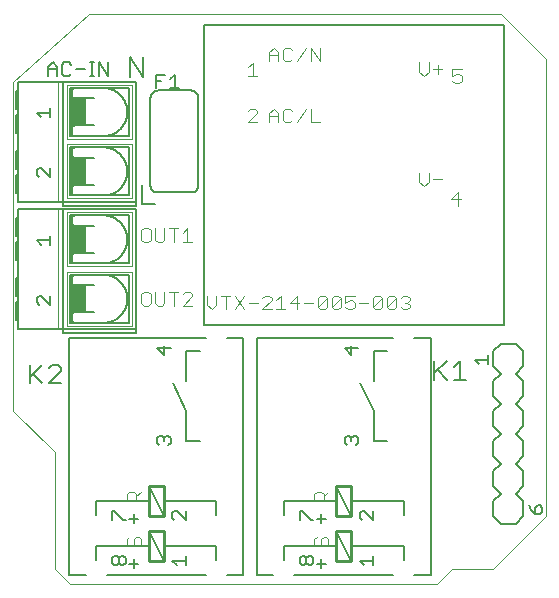
<source format=gto>
G75*
%MOIN*%
%OFA0B0*%
%FSLAX25Y25*%
%IPPOS*%
%LPD*%
%AMOC8*
5,1,8,0,0,1.08239X$1,22.5*
%
%ADD10C,0.00000*%
%ADD11C,0.00600*%
%ADD12C,0.00400*%
%ADD13C,0.00200*%
%ADD14C,0.00500*%
%ADD15R,0.04500X0.09000*%
%ADD16C,0.01000*%
%ADD17C,0.00700*%
D10*
X0189911Y0200358D02*
X0176161Y0214108D01*
X0176161Y0323988D01*
X0201321Y0346608D01*
X0338661Y0346608D01*
X0353661Y0331608D01*
X0353661Y0179108D01*
X0336161Y0161608D01*
X0322411Y0161608D01*
X0317411Y0156608D01*
X0194911Y0156608D01*
X0189911Y0161608D01*
X0189911Y0200358D01*
D11*
X0203861Y0184028D02*
X0221361Y0184028D01*
X0221361Y0189028D02*
X0226361Y0179028D01*
X0226361Y0184028D02*
X0243861Y0184028D01*
X0243861Y0179528D01*
X0243861Y0169028D02*
X0243861Y0164528D01*
X0243861Y0169028D02*
X0226361Y0169028D01*
X0226361Y0164028D02*
X0221361Y0174028D01*
X0221361Y0169028D02*
X0203861Y0169028D01*
X0203861Y0164528D01*
X0200361Y0159528D02*
X0194861Y0159528D01*
X0194861Y0238528D01*
X0240361Y0238528D01*
X0238361Y0234028D02*
X0233861Y0234028D01*
X0233861Y0224028D01*
X0229361Y0223528D02*
X0233861Y0214028D01*
X0233861Y0204028D01*
X0238361Y0204028D01*
X0266321Y0184028D02*
X0266321Y0179528D01*
X0266321Y0184028D02*
X0283821Y0184028D01*
X0283821Y0189028D02*
X0288821Y0179028D01*
X0288821Y0184028D02*
X0306321Y0184028D01*
X0306321Y0179528D01*
X0306321Y0169028D02*
X0306321Y0164528D01*
X0306321Y0169028D02*
X0288821Y0169028D01*
X0283821Y0169028D02*
X0266321Y0169028D01*
X0266321Y0164528D01*
X0262821Y0159528D02*
X0257321Y0159528D01*
X0257321Y0238528D01*
X0302821Y0238528D01*
X0300821Y0234028D02*
X0296321Y0234028D01*
X0296321Y0224028D01*
X0291821Y0223528D02*
X0296321Y0214028D01*
X0296321Y0204028D01*
X0300821Y0204028D01*
X0283821Y0174028D02*
X0288821Y0164028D01*
X0302821Y0159528D02*
X0269821Y0159528D01*
X0252861Y0159528D02*
X0252861Y0238528D01*
X0247361Y0238528D01*
X0217161Y0240028D02*
X0217161Y0241528D01*
X0192661Y0241528D01*
X0192661Y0240028D01*
X0217161Y0240028D01*
X0217161Y0241528D02*
X0217161Y0281528D01*
X0192661Y0281528D01*
X0191161Y0281528D01*
X0177661Y0281528D01*
X0177661Y0278528D01*
X0177661Y0272528D01*
X0177661Y0270528D01*
X0177161Y0270528D01*
X0177161Y0264528D01*
X0177661Y0264528D01*
X0177661Y0270528D01*
X0177661Y0272528D02*
X0177161Y0272528D01*
X0177161Y0278528D01*
X0177661Y0278528D01*
X0177661Y0283988D02*
X0177661Y0286988D01*
X0177161Y0286988D01*
X0177161Y0292988D01*
X0177661Y0292988D01*
X0177661Y0286988D01*
X0177661Y0283988D02*
X0191161Y0283988D01*
X0192661Y0283988D01*
X0192661Y0282488D01*
X0217161Y0282488D01*
X0217161Y0283988D01*
X0192661Y0283988D01*
X0192661Y0323988D01*
X0191161Y0323988D01*
X0177661Y0323988D01*
X0177661Y0320988D01*
X0177661Y0314988D01*
X0177661Y0312988D01*
X0177161Y0312988D01*
X0177161Y0306988D01*
X0177661Y0306988D01*
X0177661Y0312988D01*
X0177661Y0314988D02*
X0177161Y0314988D01*
X0177161Y0320988D01*
X0177661Y0320988D01*
X0177661Y0306988D02*
X0177661Y0300988D01*
X0177661Y0294988D01*
X0177661Y0292988D01*
X0177661Y0294988D02*
X0177161Y0294988D01*
X0177161Y0300988D01*
X0177661Y0300988D01*
X0192661Y0281528D02*
X0192661Y0241528D01*
X0191161Y0241528D01*
X0177661Y0241528D01*
X0177661Y0244528D01*
X0177161Y0244528D01*
X0177161Y0250528D01*
X0177661Y0250528D01*
X0177661Y0244528D01*
X0177661Y0250528D02*
X0177661Y0252528D01*
X0177661Y0258528D01*
X0177161Y0258528D01*
X0177161Y0252528D01*
X0177661Y0252528D01*
X0177661Y0258528D02*
X0177661Y0264528D01*
X0195161Y0263428D02*
X0195161Y0279428D01*
X0214661Y0279428D01*
X0214661Y0263428D01*
X0195161Y0263428D01*
X0195661Y0264428D02*
X0195661Y0278428D01*
X0195663Y0278488D01*
X0195668Y0278549D01*
X0195677Y0278608D01*
X0195690Y0278667D01*
X0195706Y0278726D01*
X0195726Y0278783D01*
X0195749Y0278838D01*
X0195776Y0278893D01*
X0195805Y0278945D01*
X0195838Y0278996D01*
X0195874Y0279045D01*
X0195912Y0279091D01*
X0195954Y0279135D01*
X0195998Y0279177D01*
X0196044Y0279215D01*
X0196093Y0279251D01*
X0196144Y0279284D01*
X0196196Y0279313D01*
X0196251Y0279340D01*
X0196306Y0279363D01*
X0196363Y0279383D01*
X0196422Y0279399D01*
X0196481Y0279412D01*
X0196540Y0279421D01*
X0196601Y0279426D01*
X0196661Y0279428D01*
X0195661Y0276928D02*
X0195663Y0276868D01*
X0195668Y0276807D01*
X0195677Y0276748D01*
X0195690Y0276689D01*
X0195706Y0276630D01*
X0195726Y0276573D01*
X0195749Y0276518D01*
X0195776Y0276463D01*
X0195805Y0276411D01*
X0195838Y0276360D01*
X0195874Y0276311D01*
X0195912Y0276265D01*
X0195954Y0276221D01*
X0195998Y0276179D01*
X0196044Y0276141D01*
X0196093Y0276105D01*
X0196144Y0276072D01*
X0196196Y0276043D01*
X0196251Y0276016D01*
X0196306Y0275993D01*
X0196363Y0275973D01*
X0196422Y0275957D01*
X0196481Y0275944D01*
X0196540Y0275935D01*
X0196601Y0275930D01*
X0196661Y0275928D01*
X0203161Y0275928D01*
X0206161Y0279428D02*
X0206356Y0279426D01*
X0206551Y0279419D01*
X0206745Y0279407D01*
X0206939Y0279390D01*
X0207133Y0279369D01*
X0207326Y0279343D01*
X0207518Y0279312D01*
X0207710Y0279277D01*
X0207900Y0279237D01*
X0208090Y0279192D01*
X0208279Y0279143D01*
X0208466Y0279089D01*
X0208652Y0279030D01*
X0208836Y0278968D01*
X0209019Y0278900D01*
X0209200Y0278828D01*
X0209379Y0278752D01*
X0209557Y0278672D01*
X0209732Y0278587D01*
X0209905Y0278498D01*
X0210076Y0278404D01*
X0210245Y0278307D01*
X0210411Y0278205D01*
X0210575Y0278100D01*
X0210736Y0277991D01*
X0210895Y0277877D01*
X0211050Y0277760D01*
X0211203Y0277639D01*
X0211353Y0277514D01*
X0211500Y0277386D01*
X0211643Y0277254D01*
X0211783Y0277119D01*
X0211920Y0276981D01*
X0212054Y0276839D01*
X0212184Y0276694D01*
X0212310Y0276545D01*
X0212433Y0276394D01*
X0212552Y0276240D01*
X0212667Y0276083D01*
X0212779Y0275923D01*
X0212886Y0275761D01*
X0212990Y0275596D01*
X0213089Y0275428D01*
X0213185Y0275258D01*
X0213276Y0275086D01*
X0213363Y0274912D01*
X0213445Y0274735D01*
X0213524Y0274557D01*
X0213598Y0274377D01*
X0213667Y0274195D01*
X0213733Y0274011D01*
X0213793Y0273826D01*
X0213849Y0273639D01*
X0213901Y0273451D01*
X0213948Y0273262D01*
X0213990Y0273072D01*
X0214028Y0272881D01*
X0214061Y0272689D01*
X0214089Y0272496D01*
X0214113Y0272303D01*
X0214132Y0272109D01*
X0214146Y0271915D01*
X0214156Y0271720D01*
X0214160Y0271525D01*
X0214160Y0271331D01*
X0214156Y0271136D01*
X0214146Y0270941D01*
X0214132Y0270747D01*
X0214113Y0270553D01*
X0214089Y0270360D01*
X0214061Y0270167D01*
X0214028Y0269975D01*
X0213990Y0269784D01*
X0213948Y0269594D01*
X0213901Y0269405D01*
X0213849Y0269217D01*
X0213793Y0269030D01*
X0213733Y0268845D01*
X0213667Y0268661D01*
X0213598Y0268479D01*
X0213524Y0268299D01*
X0213445Y0268121D01*
X0213363Y0267944D01*
X0213276Y0267770D01*
X0213185Y0267598D01*
X0213089Y0267428D01*
X0212990Y0267260D01*
X0212886Y0267095D01*
X0212779Y0266933D01*
X0212667Y0266773D01*
X0212552Y0266616D01*
X0212433Y0266462D01*
X0212310Y0266311D01*
X0212184Y0266162D01*
X0212054Y0266017D01*
X0211920Y0265875D01*
X0211783Y0265737D01*
X0211643Y0265602D01*
X0211500Y0265470D01*
X0211353Y0265342D01*
X0211203Y0265217D01*
X0211050Y0265096D01*
X0210895Y0264979D01*
X0210736Y0264865D01*
X0210575Y0264756D01*
X0210411Y0264651D01*
X0210245Y0264549D01*
X0210076Y0264452D01*
X0209905Y0264358D01*
X0209732Y0264269D01*
X0209557Y0264184D01*
X0209379Y0264104D01*
X0209200Y0264028D01*
X0209019Y0263956D01*
X0208836Y0263888D01*
X0208652Y0263826D01*
X0208466Y0263767D01*
X0208279Y0263713D01*
X0208090Y0263664D01*
X0207900Y0263619D01*
X0207710Y0263579D01*
X0207518Y0263544D01*
X0207326Y0263513D01*
X0207133Y0263487D01*
X0206939Y0263466D01*
X0206745Y0263449D01*
X0206551Y0263437D01*
X0206356Y0263430D01*
X0206161Y0263428D01*
X0203161Y0266928D02*
X0196661Y0266928D01*
X0196601Y0266926D01*
X0196540Y0266921D01*
X0196481Y0266912D01*
X0196422Y0266899D01*
X0196363Y0266883D01*
X0196306Y0266863D01*
X0196251Y0266840D01*
X0196196Y0266813D01*
X0196144Y0266784D01*
X0196093Y0266751D01*
X0196044Y0266715D01*
X0195998Y0266677D01*
X0195954Y0266635D01*
X0195912Y0266591D01*
X0195874Y0266545D01*
X0195838Y0266496D01*
X0195805Y0266445D01*
X0195776Y0266393D01*
X0195749Y0266338D01*
X0195726Y0266283D01*
X0195706Y0266226D01*
X0195690Y0266167D01*
X0195677Y0266108D01*
X0195668Y0266049D01*
X0195663Y0265988D01*
X0195661Y0265928D01*
X0195661Y0264428D02*
X0195663Y0264368D01*
X0195668Y0264307D01*
X0195677Y0264248D01*
X0195690Y0264189D01*
X0195706Y0264130D01*
X0195726Y0264073D01*
X0195749Y0264018D01*
X0195776Y0263963D01*
X0195805Y0263911D01*
X0195838Y0263860D01*
X0195874Y0263811D01*
X0195912Y0263765D01*
X0195954Y0263721D01*
X0195998Y0263679D01*
X0196044Y0263641D01*
X0196093Y0263605D01*
X0196144Y0263572D01*
X0196196Y0263543D01*
X0196251Y0263516D01*
X0196306Y0263493D01*
X0196363Y0263473D01*
X0196422Y0263457D01*
X0196481Y0263444D01*
X0196540Y0263435D01*
X0196601Y0263430D01*
X0196661Y0263428D01*
X0195161Y0259628D02*
X0195161Y0243628D01*
X0214661Y0243628D01*
X0214661Y0259628D01*
X0195161Y0259628D01*
X0195661Y0258628D02*
X0195661Y0244628D01*
X0195663Y0244568D01*
X0195668Y0244507D01*
X0195677Y0244448D01*
X0195690Y0244389D01*
X0195706Y0244330D01*
X0195726Y0244273D01*
X0195749Y0244218D01*
X0195776Y0244163D01*
X0195805Y0244111D01*
X0195838Y0244060D01*
X0195874Y0244011D01*
X0195912Y0243965D01*
X0195954Y0243921D01*
X0195998Y0243879D01*
X0196044Y0243841D01*
X0196093Y0243805D01*
X0196144Y0243772D01*
X0196196Y0243743D01*
X0196251Y0243716D01*
X0196306Y0243693D01*
X0196363Y0243673D01*
X0196422Y0243657D01*
X0196481Y0243644D01*
X0196540Y0243635D01*
X0196601Y0243630D01*
X0196661Y0243628D01*
X0195661Y0246128D02*
X0195663Y0246188D01*
X0195668Y0246249D01*
X0195677Y0246308D01*
X0195690Y0246367D01*
X0195706Y0246426D01*
X0195726Y0246483D01*
X0195749Y0246538D01*
X0195776Y0246593D01*
X0195805Y0246645D01*
X0195838Y0246696D01*
X0195874Y0246745D01*
X0195912Y0246791D01*
X0195954Y0246835D01*
X0195998Y0246877D01*
X0196044Y0246915D01*
X0196093Y0246951D01*
X0196144Y0246984D01*
X0196196Y0247013D01*
X0196251Y0247040D01*
X0196306Y0247063D01*
X0196363Y0247083D01*
X0196422Y0247099D01*
X0196481Y0247112D01*
X0196540Y0247121D01*
X0196601Y0247126D01*
X0196661Y0247128D01*
X0203161Y0247128D01*
X0206161Y0243628D02*
X0206356Y0243630D01*
X0206551Y0243637D01*
X0206745Y0243649D01*
X0206939Y0243666D01*
X0207133Y0243687D01*
X0207326Y0243713D01*
X0207518Y0243744D01*
X0207710Y0243779D01*
X0207900Y0243819D01*
X0208090Y0243864D01*
X0208279Y0243913D01*
X0208466Y0243967D01*
X0208652Y0244026D01*
X0208836Y0244088D01*
X0209019Y0244156D01*
X0209200Y0244228D01*
X0209379Y0244304D01*
X0209557Y0244384D01*
X0209732Y0244469D01*
X0209905Y0244558D01*
X0210076Y0244652D01*
X0210245Y0244749D01*
X0210411Y0244851D01*
X0210575Y0244956D01*
X0210736Y0245065D01*
X0210895Y0245179D01*
X0211050Y0245296D01*
X0211203Y0245417D01*
X0211353Y0245542D01*
X0211500Y0245670D01*
X0211643Y0245802D01*
X0211783Y0245937D01*
X0211920Y0246075D01*
X0212054Y0246217D01*
X0212184Y0246362D01*
X0212310Y0246511D01*
X0212433Y0246662D01*
X0212552Y0246816D01*
X0212667Y0246973D01*
X0212779Y0247133D01*
X0212886Y0247295D01*
X0212990Y0247460D01*
X0213089Y0247628D01*
X0213185Y0247798D01*
X0213276Y0247970D01*
X0213363Y0248144D01*
X0213445Y0248321D01*
X0213524Y0248499D01*
X0213598Y0248679D01*
X0213667Y0248861D01*
X0213733Y0249045D01*
X0213793Y0249230D01*
X0213849Y0249417D01*
X0213901Y0249605D01*
X0213948Y0249794D01*
X0213990Y0249984D01*
X0214028Y0250175D01*
X0214061Y0250367D01*
X0214089Y0250560D01*
X0214113Y0250753D01*
X0214132Y0250947D01*
X0214146Y0251141D01*
X0214156Y0251336D01*
X0214160Y0251531D01*
X0214160Y0251725D01*
X0214156Y0251920D01*
X0214146Y0252115D01*
X0214132Y0252309D01*
X0214113Y0252503D01*
X0214089Y0252696D01*
X0214061Y0252889D01*
X0214028Y0253081D01*
X0213990Y0253272D01*
X0213948Y0253462D01*
X0213901Y0253651D01*
X0213849Y0253839D01*
X0213793Y0254026D01*
X0213733Y0254211D01*
X0213667Y0254395D01*
X0213598Y0254577D01*
X0213524Y0254757D01*
X0213445Y0254935D01*
X0213363Y0255112D01*
X0213276Y0255286D01*
X0213185Y0255458D01*
X0213089Y0255628D01*
X0212990Y0255796D01*
X0212886Y0255961D01*
X0212779Y0256123D01*
X0212667Y0256283D01*
X0212552Y0256440D01*
X0212433Y0256594D01*
X0212310Y0256745D01*
X0212184Y0256894D01*
X0212054Y0257039D01*
X0211920Y0257181D01*
X0211783Y0257319D01*
X0211643Y0257454D01*
X0211500Y0257586D01*
X0211353Y0257714D01*
X0211203Y0257839D01*
X0211050Y0257960D01*
X0210895Y0258077D01*
X0210736Y0258191D01*
X0210575Y0258300D01*
X0210411Y0258405D01*
X0210245Y0258507D01*
X0210076Y0258604D01*
X0209905Y0258698D01*
X0209732Y0258787D01*
X0209557Y0258872D01*
X0209379Y0258952D01*
X0209200Y0259028D01*
X0209019Y0259100D01*
X0208836Y0259168D01*
X0208652Y0259230D01*
X0208466Y0259289D01*
X0208279Y0259343D01*
X0208090Y0259392D01*
X0207900Y0259437D01*
X0207710Y0259477D01*
X0207518Y0259512D01*
X0207326Y0259543D01*
X0207133Y0259569D01*
X0206939Y0259590D01*
X0206745Y0259607D01*
X0206551Y0259619D01*
X0206356Y0259626D01*
X0206161Y0259628D01*
X0203161Y0256128D02*
X0196661Y0256128D01*
X0196601Y0256130D01*
X0196540Y0256135D01*
X0196481Y0256144D01*
X0196422Y0256157D01*
X0196363Y0256173D01*
X0196306Y0256193D01*
X0196251Y0256216D01*
X0196196Y0256243D01*
X0196144Y0256272D01*
X0196093Y0256305D01*
X0196044Y0256341D01*
X0195998Y0256379D01*
X0195954Y0256421D01*
X0195912Y0256465D01*
X0195874Y0256511D01*
X0195838Y0256560D01*
X0195805Y0256611D01*
X0195776Y0256663D01*
X0195749Y0256718D01*
X0195726Y0256773D01*
X0195706Y0256830D01*
X0195690Y0256889D01*
X0195677Y0256948D01*
X0195668Y0257007D01*
X0195663Y0257068D01*
X0195661Y0257128D01*
X0195661Y0258628D02*
X0195663Y0258688D01*
X0195668Y0258749D01*
X0195677Y0258808D01*
X0195690Y0258867D01*
X0195706Y0258926D01*
X0195726Y0258983D01*
X0195749Y0259038D01*
X0195776Y0259093D01*
X0195805Y0259145D01*
X0195838Y0259196D01*
X0195874Y0259245D01*
X0195912Y0259291D01*
X0195954Y0259335D01*
X0195998Y0259377D01*
X0196044Y0259415D01*
X0196093Y0259451D01*
X0196144Y0259484D01*
X0196196Y0259513D01*
X0196251Y0259540D01*
X0196306Y0259563D01*
X0196363Y0259583D01*
X0196422Y0259599D01*
X0196481Y0259612D01*
X0196540Y0259621D01*
X0196601Y0259626D01*
X0196661Y0259628D01*
X0217161Y0283988D02*
X0217161Y0323988D01*
X0192661Y0323988D01*
X0195161Y0321888D02*
X0214661Y0321888D01*
X0214661Y0305888D01*
X0195161Y0305888D01*
X0195161Y0321888D01*
X0195661Y0320888D02*
X0195661Y0306888D01*
X0195663Y0306828D01*
X0195668Y0306767D01*
X0195677Y0306708D01*
X0195690Y0306649D01*
X0195706Y0306590D01*
X0195726Y0306533D01*
X0195749Y0306478D01*
X0195776Y0306423D01*
X0195805Y0306371D01*
X0195838Y0306320D01*
X0195874Y0306271D01*
X0195912Y0306225D01*
X0195954Y0306181D01*
X0195998Y0306139D01*
X0196044Y0306101D01*
X0196093Y0306065D01*
X0196144Y0306032D01*
X0196196Y0306003D01*
X0196251Y0305976D01*
X0196306Y0305953D01*
X0196363Y0305933D01*
X0196422Y0305917D01*
X0196481Y0305904D01*
X0196540Y0305895D01*
X0196601Y0305890D01*
X0196661Y0305888D01*
X0195661Y0308388D02*
X0195663Y0308448D01*
X0195668Y0308509D01*
X0195677Y0308568D01*
X0195690Y0308627D01*
X0195706Y0308686D01*
X0195726Y0308743D01*
X0195749Y0308798D01*
X0195776Y0308853D01*
X0195805Y0308905D01*
X0195838Y0308956D01*
X0195874Y0309005D01*
X0195912Y0309051D01*
X0195954Y0309095D01*
X0195998Y0309137D01*
X0196044Y0309175D01*
X0196093Y0309211D01*
X0196144Y0309244D01*
X0196196Y0309273D01*
X0196251Y0309300D01*
X0196306Y0309323D01*
X0196363Y0309343D01*
X0196422Y0309359D01*
X0196481Y0309372D01*
X0196540Y0309381D01*
X0196601Y0309386D01*
X0196661Y0309388D01*
X0203161Y0309388D01*
X0206161Y0305888D02*
X0206356Y0305890D01*
X0206551Y0305897D01*
X0206745Y0305909D01*
X0206939Y0305926D01*
X0207133Y0305947D01*
X0207326Y0305973D01*
X0207518Y0306004D01*
X0207710Y0306039D01*
X0207900Y0306079D01*
X0208090Y0306124D01*
X0208279Y0306173D01*
X0208466Y0306227D01*
X0208652Y0306286D01*
X0208836Y0306348D01*
X0209019Y0306416D01*
X0209200Y0306488D01*
X0209379Y0306564D01*
X0209557Y0306644D01*
X0209732Y0306729D01*
X0209905Y0306818D01*
X0210076Y0306912D01*
X0210245Y0307009D01*
X0210411Y0307111D01*
X0210575Y0307216D01*
X0210736Y0307325D01*
X0210895Y0307439D01*
X0211050Y0307556D01*
X0211203Y0307677D01*
X0211353Y0307802D01*
X0211500Y0307930D01*
X0211643Y0308062D01*
X0211783Y0308197D01*
X0211920Y0308335D01*
X0212054Y0308477D01*
X0212184Y0308622D01*
X0212310Y0308771D01*
X0212433Y0308922D01*
X0212552Y0309076D01*
X0212667Y0309233D01*
X0212779Y0309393D01*
X0212886Y0309555D01*
X0212990Y0309720D01*
X0213089Y0309888D01*
X0213185Y0310058D01*
X0213276Y0310230D01*
X0213363Y0310404D01*
X0213445Y0310581D01*
X0213524Y0310759D01*
X0213598Y0310939D01*
X0213667Y0311121D01*
X0213733Y0311305D01*
X0213793Y0311490D01*
X0213849Y0311677D01*
X0213901Y0311865D01*
X0213948Y0312054D01*
X0213990Y0312244D01*
X0214028Y0312435D01*
X0214061Y0312627D01*
X0214089Y0312820D01*
X0214113Y0313013D01*
X0214132Y0313207D01*
X0214146Y0313401D01*
X0214156Y0313596D01*
X0214160Y0313791D01*
X0214160Y0313985D01*
X0214156Y0314180D01*
X0214146Y0314375D01*
X0214132Y0314569D01*
X0214113Y0314763D01*
X0214089Y0314956D01*
X0214061Y0315149D01*
X0214028Y0315341D01*
X0213990Y0315532D01*
X0213948Y0315722D01*
X0213901Y0315911D01*
X0213849Y0316099D01*
X0213793Y0316286D01*
X0213733Y0316471D01*
X0213667Y0316655D01*
X0213598Y0316837D01*
X0213524Y0317017D01*
X0213445Y0317195D01*
X0213363Y0317372D01*
X0213276Y0317546D01*
X0213185Y0317718D01*
X0213089Y0317888D01*
X0212990Y0318056D01*
X0212886Y0318221D01*
X0212779Y0318383D01*
X0212667Y0318543D01*
X0212552Y0318700D01*
X0212433Y0318854D01*
X0212310Y0319005D01*
X0212184Y0319154D01*
X0212054Y0319299D01*
X0211920Y0319441D01*
X0211783Y0319579D01*
X0211643Y0319714D01*
X0211500Y0319846D01*
X0211353Y0319974D01*
X0211203Y0320099D01*
X0211050Y0320220D01*
X0210895Y0320337D01*
X0210736Y0320451D01*
X0210575Y0320560D01*
X0210411Y0320665D01*
X0210245Y0320767D01*
X0210076Y0320864D01*
X0209905Y0320958D01*
X0209732Y0321047D01*
X0209557Y0321132D01*
X0209379Y0321212D01*
X0209200Y0321288D01*
X0209019Y0321360D01*
X0208836Y0321428D01*
X0208652Y0321490D01*
X0208466Y0321549D01*
X0208279Y0321603D01*
X0208090Y0321652D01*
X0207900Y0321697D01*
X0207710Y0321737D01*
X0207518Y0321772D01*
X0207326Y0321803D01*
X0207133Y0321829D01*
X0206939Y0321850D01*
X0206745Y0321867D01*
X0206551Y0321879D01*
X0206356Y0321886D01*
X0206161Y0321888D01*
X0203161Y0318388D02*
X0196661Y0318388D01*
X0196601Y0318390D01*
X0196540Y0318395D01*
X0196481Y0318404D01*
X0196422Y0318417D01*
X0196363Y0318433D01*
X0196306Y0318453D01*
X0196251Y0318476D01*
X0196196Y0318503D01*
X0196144Y0318532D01*
X0196093Y0318565D01*
X0196044Y0318601D01*
X0195998Y0318639D01*
X0195954Y0318681D01*
X0195912Y0318725D01*
X0195874Y0318771D01*
X0195838Y0318820D01*
X0195805Y0318871D01*
X0195776Y0318923D01*
X0195749Y0318978D01*
X0195726Y0319033D01*
X0195706Y0319090D01*
X0195690Y0319149D01*
X0195677Y0319208D01*
X0195668Y0319267D01*
X0195663Y0319328D01*
X0195661Y0319388D01*
X0195661Y0320888D02*
X0195663Y0320948D01*
X0195668Y0321009D01*
X0195677Y0321068D01*
X0195690Y0321127D01*
X0195706Y0321186D01*
X0195726Y0321243D01*
X0195749Y0321298D01*
X0195776Y0321353D01*
X0195805Y0321405D01*
X0195838Y0321456D01*
X0195874Y0321505D01*
X0195912Y0321551D01*
X0195954Y0321595D01*
X0195998Y0321637D01*
X0196044Y0321675D01*
X0196093Y0321711D01*
X0196144Y0321744D01*
X0196196Y0321773D01*
X0196251Y0321800D01*
X0196306Y0321823D01*
X0196363Y0321843D01*
X0196422Y0321859D01*
X0196481Y0321872D01*
X0196540Y0321881D01*
X0196601Y0321886D01*
X0196661Y0321888D01*
X0195161Y0302088D02*
X0195161Y0286088D01*
X0214661Y0286088D01*
X0214661Y0302088D01*
X0195161Y0302088D01*
X0195661Y0301088D02*
X0195661Y0287088D01*
X0195663Y0287028D01*
X0195668Y0286967D01*
X0195677Y0286908D01*
X0195690Y0286849D01*
X0195706Y0286790D01*
X0195726Y0286733D01*
X0195749Y0286678D01*
X0195776Y0286623D01*
X0195805Y0286571D01*
X0195838Y0286520D01*
X0195874Y0286471D01*
X0195912Y0286425D01*
X0195954Y0286381D01*
X0195998Y0286339D01*
X0196044Y0286301D01*
X0196093Y0286265D01*
X0196144Y0286232D01*
X0196196Y0286203D01*
X0196251Y0286176D01*
X0196306Y0286153D01*
X0196363Y0286133D01*
X0196422Y0286117D01*
X0196481Y0286104D01*
X0196540Y0286095D01*
X0196601Y0286090D01*
X0196661Y0286088D01*
X0195661Y0288588D02*
X0195663Y0288648D01*
X0195668Y0288709D01*
X0195677Y0288768D01*
X0195690Y0288827D01*
X0195706Y0288886D01*
X0195726Y0288943D01*
X0195749Y0288998D01*
X0195776Y0289053D01*
X0195805Y0289105D01*
X0195838Y0289156D01*
X0195874Y0289205D01*
X0195912Y0289251D01*
X0195954Y0289295D01*
X0195998Y0289337D01*
X0196044Y0289375D01*
X0196093Y0289411D01*
X0196144Y0289444D01*
X0196196Y0289473D01*
X0196251Y0289500D01*
X0196306Y0289523D01*
X0196363Y0289543D01*
X0196422Y0289559D01*
X0196481Y0289572D01*
X0196540Y0289581D01*
X0196601Y0289586D01*
X0196661Y0289588D01*
X0203161Y0289588D01*
X0206161Y0286088D02*
X0206356Y0286090D01*
X0206551Y0286097D01*
X0206745Y0286109D01*
X0206939Y0286126D01*
X0207133Y0286147D01*
X0207326Y0286173D01*
X0207518Y0286204D01*
X0207710Y0286239D01*
X0207900Y0286279D01*
X0208090Y0286324D01*
X0208279Y0286373D01*
X0208466Y0286427D01*
X0208652Y0286486D01*
X0208836Y0286548D01*
X0209019Y0286616D01*
X0209200Y0286688D01*
X0209379Y0286764D01*
X0209557Y0286844D01*
X0209732Y0286929D01*
X0209905Y0287018D01*
X0210076Y0287112D01*
X0210245Y0287209D01*
X0210411Y0287311D01*
X0210575Y0287416D01*
X0210736Y0287525D01*
X0210895Y0287639D01*
X0211050Y0287756D01*
X0211203Y0287877D01*
X0211353Y0288002D01*
X0211500Y0288130D01*
X0211643Y0288262D01*
X0211783Y0288397D01*
X0211920Y0288535D01*
X0212054Y0288677D01*
X0212184Y0288822D01*
X0212310Y0288971D01*
X0212433Y0289122D01*
X0212552Y0289276D01*
X0212667Y0289433D01*
X0212779Y0289593D01*
X0212886Y0289755D01*
X0212990Y0289920D01*
X0213089Y0290088D01*
X0213185Y0290258D01*
X0213276Y0290430D01*
X0213363Y0290604D01*
X0213445Y0290781D01*
X0213524Y0290959D01*
X0213598Y0291139D01*
X0213667Y0291321D01*
X0213733Y0291505D01*
X0213793Y0291690D01*
X0213849Y0291877D01*
X0213901Y0292065D01*
X0213948Y0292254D01*
X0213990Y0292444D01*
X0214028Y0292635D01*
X0214061Y0292827D01*
X0214089Y0293020D01*
X0214113Y0293213D01*
X0214132Y0293407D01*
X0214146Y0293601D01*
X0214156Y0293796D01*
X0214160Y0293991D01*
X0214160Y0294185D01*
X0214156Y0294380D01*
X0214146Y0294575D01*
X0214132Y0294769D01*
X0214113Y0294963D01*
X0214089Y0295156D01*
X0214061Y0295349D01*
X0214028Y0295541D01*
X0213990Y0295732D01*
X0213948Y0295922D01*
X0213901Y0296111D01*
X0213849Y0296299D01*
X0213793Y0296486D01*
X0213733Y0296671D01*
X0213667Y0296855D01*
X0213598Y0297037D01*
X0213524Y0297217D01*
X0213445Y0297395D01*
X0213363Y0297572D01*
X0213276Y0297746D01*
X0213185Y0297918D01*
X0213089Y0298088D01*
X0212990Y0298256D01*
X0212886Y0298421D01*
X0212779Y0298583D01*
X0212667Y0298743D01*
X0212552Y0298900D01*
X0212433Y0299054D01*
X0212310Y0299205D01*
X0212184Y0299354D01*
X0212054Y0299499D01*
X0211920Y0299641D01*
X0211783Y0299779D01*
X0211643Y0299914D01*
X0211500Y0300046D01*
X0211353Y0300174D01*
X0211203Y0300299D01*
X0211050Y0300420D01*
X0210895Y0300537D01*
X0210736Y0300651D01*
X0210575Y0300760D01*
X0210411Y0300865D01*
X0210245Y0300967D01*
X0210076Y0301064D01*
X0209905Y0301158D01*
X0209732Y0301247D01*
X0209557Y0301332D01*
X0209379Y0301412D01*
X0209200Y0301488D01*
X0209019Y0301560D01*
X0208836Y0301628D01*
X0208652Y0301690D01*
X0208466Y0301749D01*
X0208279Y0301803D01*
X0208090Y0301852D01*
X0207900Y0301897D01*
X0207710Y0301937D01*
X0207518Y0301972D01*
X0207326Y0302003D01*
X0207133Y0302029D01*
X0206939Y0302050D01*
X0206745Y0302067D01*
X0206551Y0302079D01*
X0206356Y0302086D01*
X0206161Y0302088D01*
X0203161Y0298588D02*
X0196661Y0298588D01*
X0196601Y0298590D01*
X0196540Y0298595D01*
X0196481Y0298604D01*
X0196422Y0298617D01*
X0196363Y0298633D01*
X0196306Y0298653D01*
X0196251Y0298676D01*
X0196196Y0298703D01*
X0196144Y0298732D01*
X0196093Y0298765D01*
X0196044Y0298801D01*
X0195998Y0298839D01*
X0195954Y0298881D01*
X0195912Y0298925D01*
X0195874Y0298971D01*
X0195838Y0299020D01*
X0195805Y0299071D01*
X0195776Y0299123D01*
X0195749Y0299178D01*
X0195726Y0299233D01*
X0195706Y0299290D01*
X0195690Y0299349D01*
X0195677Y0299408D01*
X0195668Y0299467D01*
X0195663Y0299528D01*
X0195661Y0299588D01*
X0195661Y0301088D02*
X0195663Y0301148D01*
X0195668Y0301209D01*
X0195677Y0301268D01*
X0195690Y0301327D01*
X0195706Y0301386D01*
X0195726Y0301443D01*
X0195749Y0301498D01*
X0195776Y0301553D01*
X0195805Y0301605D01*
X0195838Y0301656D01*
X0195874Y0301705D01*
X0195912Y0301751D01*
X0195954Y0301795D01*
X0195998Y0301837D01*
X0196044Y0301875D01*
X0196093Y0301911D01*
X0196144Y0301944D01*
X0196196Y0301973D01*
X0196251Y0302000D01*
X0196306Y0302023D01*
X0196363Y0302043D01*
X0196422Y0302059D01*
X0196481Y0302072D01*
X0196540Y0302081D01*
X0196601Y0302086D01*
X0196661Y0302088D01*
X0215211Y0325658D02*
X0215211Y0332063D01*
X0219481Y0325658D01*
X0219481Y0332063D01*
X0224371Y0321028D02*
X0235371Y0321028D01*
X0235469Y0321026D01*
X0235567Y0321020D01*
X0235665Y0321011D01*
X0235762Y0320997D01*
X0235859Y0320980D01*
X0235955Y0320959D01*
X0236050Y0320934D01*
X0236144Y0320906D01*
X0236236Y0320873D01*
X0236328Y0320838D01*
X0236418Y0320798D01*
X0236506Y0320756D01*
X0236593Y0320709D01*
X0236677Y0320660D01*
X0236760Y0320607D01*
X0236840Y0320551D01*
X0236919Y0320491D01*
X0236995Y0320429D01*
X0237068Y0320364D01*
X0237139Y0320296D01*
X0237207Y0320225D01*
X0237272Y0320152D01*
X0237334Y0320076D01*
X0237394Y0319997D01*
X0237450Y0319917D01*
X0237503Y0319834D01*
X0237552Y0319750D01*
X0237599Y0319663D01*
X0237641Y0319575D01*
X0237681Y0319485D01*
X0237716Y0319393D01*
X0237749Y0319301D01*
X0237777Y0319207D01*
X0237802Y0319112D01*
X0237823Y0319016D01*
X0237840Y0318919D01*
X0237854Y0318822D01*
X0237863Y0318724D01*
X0237869Y0318626D01*
X0237871Y0318528D01*
X0237871Y0289528D01*
X0237869Y0289430D01*
X0237863Y0289332D01*
X0237854Y0289234D01*
X0237840Y0289137D01*
X0237823Y0289040D01*
X0237802Y0288944D01*
X0237777Y0288849D01*
X0237749Y0288755D01*
X0237716Y0288663D01*
X0237681Y0288571D01*
X0237641Y0288481D01*
X0237599Y0288393D01*
X0237552Y0288306D01*
X0237503Y0288222D01*
X0237450Y0288139D01*
X0237394Y0288059D01*
X0237334Y0287980D01*
X0237272Y0287904D01*
X0237207Y0287831D01*
X0237139Y0287760D01*
X0237068Y0287692D01*
X0236995Y0287627D01*
X0236919Y0287565D01*
X0236840Y0287505D01*
X0236760Y0287449D01*
X0236677Y0287396D01*
X0236593Y0287347D01*
X0236506Y0287300D01*
X0236418Y0287258D01*
X0236328Y0287218D01*
X0236236Y0287183D01*
X0236144Y0287150D01*
X0236050Y0287122D01*
X0235955Y0287097D01*
X0235859Y0287076D01*
X0235762Y0287059D01*
X0235665Y0287045D01*
X0235567Y0287036D01*
X0235469Y0287030D01*
X0235371Y0287028D01*
X0224371Y0287028D01*
X0224273Y0287030D01*
X0224175Y0287036D01*
X0224077Y0287045D01*
X0223980Y0287059D01*
X0223883Y0287076D01*
X0223787Y0287097D01*
X0223692Y0287122D01*
X0223598Y0287150D01*
X0223506Y0287183D01*
X0223414Y0287218D01*
X0223324Y0287258D01*
X0223236Y0287300D01*
X0223149Y0287347D01*
X0223065Y0287396D01*
X0222982Y0287449D01*
X0222902Y0287505D01*
X0222823Y0287565D01*
X0222747Y0287627D01*
X0222674Y0287692D01*
X0222603Y0287760D01*
X0222535Y0287831D01*
X0222470Y0287904D01*
X0222408Y0287980D01*
X0222348Y0288059D01*
X0222292Y0288139D01*
X0222239Y0288222D01*
X0222190Y0288306D01*
X0222143Y0288393D01*
X0222101Y0288481D01*
X0222061Y0288571D01*
X0222026Y0288663D01*
X0221993Y0288755D01*
X0221965Y0288849D01*
X0221940Y0288944D01*
X0221919Y0289040D01*
X0221902Y0289137D01*
X0221888Y0289234D01*
X0221879Y0289332D01*
X0221873Y0289430D01*
X0221871Y0289528D01*
X0221871Y0318528D01*
X0221873Y0318626D01*
X0221879Y0318724D01*
X0221888Y0318822D01*
X0221902Y0318919D01*
X0221919Y0319016D01*
X0221940Y0319112D01*
X0221965Y0319207D01*
X0221993Y0319301D01*
X0222026Y0319393D01*
X0222061Y0319485D01*
X0222101Y0319575D01*
X0222143Y0319663D01*
X0222190Y0319750D01*
X0222239Y0319834D01*
X0222292Y0319917D01*
X0222348Y0319997D01*
X0222408Y0320076D01*
X0222470Y0320152D01*
X0222535Y0320225D01*
X0222603Y0320296D01*
X0222674Y0320364D01*
X0222747Y0320429D01*
X0222823Y0320491D01*
X0222902Y0320551D01*
X0222982Y0320607D01*
X0223065Y0320660D01*
X0223149Y0320709D01*
X0223236Y0320756D01*
X0223324Y0320798D01*
X0223414Y0320838D01*
X0223506Y0320873D01*
X0223598Y0320906D01*
X0223692Y0320934D01*
X0223787Y0320959D01*
X0223883Y0320980D01*
X0223980Y0320997D01*
X0224077Y0321011D01*
X0224175Y0321020D01*
X0224273Y0321026D01*
X0224371Y0321028D01*
X0218961Y0289563D02*
X0218961Y0283158D01*
X0223231Y0283158D01*
X0203861Y0184028D02*
X0203861Y0179528D01*
X0207361Y0159528D02*
X0240361Y0159528D01*
X0247361Y0159528D02*
X0252861Y0159528D01*
X0309821Y0159528D02*
X0315321Y0159528D01*
X0315321Y0238528D01*
X0309821Y0238528D01*
X0336161Y0234108D02*
X0336161Y0229108D01*
X0338661Y0226608D01*
X0336161Y0224108D01*
X0336161Y0219108D01*
X0338661Y0216608D01*
X0336161Y0214108D01*
X0336161Y0209108D01*
X0338661Y0206608D01*
X0336161Y0204108D01*
X0336161Y0199108D01*
X0338661Y0196608D01*
X0336161Y0194108D01*
X0336161Y0189108D01*
X0338661Y0186608D01*
X0336161Y0184108D01*
X0336161Y0179108D01*
X0338661Y0176608D01*
X0343661Y0176608D01*
X0346161Y0179108D01*
X0346161Y0184108D01*
X0343661Y0186608D01*
X0346161Y0189108D01*
X0346161Y0194108D01*
X0343661Y0196608D01*
X0346161Y0199108D01*
X0346161Y0204108D01*
X0343661Y0206608D01*
X0346161Y0209108D01*
X0346161Y0214108D01*
X0343661Y0216608D01*
X0346161Y0219108D01*
X0346161Y0224108D01*
X0343661Y0226608D01*
X0346161Y0229108D01*
X0346161Y0234108D01*
X0343661Y0236608D01*
X0338661Y0236608D01*
X0336161Y0234108D01*
D12*
X0308316Y0248805D02*
X0307549Y0248038D01*
X0306014Y0248038D01*
X0305247Y0248805D01*
X0303712Y0248805D02*
X0303712Y0251874D01*
X0300643Y0248805D01*
X0301410Y0248038D01*
X0302945Y0248038D01*
X0303712Y0248805D01*
X0300643Y0248805D02*
X0300643Y0251874D01*
X0301410Y0252642D01*
X0302945Y0252642D01*
X0303712Y0251874D01*
X0305247Y0251874D02*
X0306014Y0252642D01*
X0307549Y0252642D01*
X0308316Y0251874D01*
X0308316Y0251107D01*
X0307549Y0250340D01*
X0308316Y0249572D01*
X0308316Y0248805D01*
X0307549Y0250340D02*
X0306782Y0250340D01*
X0299108Y0251874D02*
X0299108Y0248805D01*
X0298341Y0248038D01*
X0296807Y0248038D01*
X0296039Y0248805D01*
X0299108Y0251874D01*
X0298341Y0252642D01*
X0296807Y0252642D01*
X0296039Y0251874D01*
X0296039Y0248805D01*
X0294505Y0250340D02*
X0291435Y0250340D01*
X0289901Y0250340D02*
X0289901Y0248805D01*
X0289133Y0248038D01*
X0287599Y0248038D01*
X0286831Y0248805D01*
X0285297Y0248805D02*
X0285297Y0251874D01*
X0282227Y0248805D01*
X0282995Y0248038D01*
X0284529Y0248038D01*
X0285297Y0248805D01*
X0286831Y0250340D02*
X0286831Y0252642D01*
X0289901Y0252642D01*
X0289133Y0251107D02*
X0289901Y0250340D01*
X0289133Y0251107D02*
X0288366Y0251107D01*
X0286831Y0250340D01*
X0285297Y0251874D02*
X0284529Y0252642D01*
X0282995Y0252642D01*
X0282227Y0251874D01*
X0282227Y0248805D01*
X0280693Y0248805D02*
X0279925Y0248038D01*
X0278391Y0248038D01*
X0277623Y0248805D01*
X0280693Y0251874D01*
X0280693Y0248805D01*
X0280693Y0251874D02*
X0279925Y0252642D01*
X0278391Y0252642D01*
X0277623Y0251874D01*
X0277623Y0248805D01*
X0276089Y0250340D02*
X0273020Y0250340D01*
X0271485Y0250340D02*
X0268416Y0250340D01*
X0270718Y0252642D01*
X0270718Y0248038D01*
X0266881Y0248038D02*
X0263812Y0248038D01*
X0265346Y0248038D02*
X0265346Y0252642D01*
X0263812Y0251107D01*
X0262277Y0251107D02*
X0262277Y0251874D01*
X0261510Y0252642D01*
X0259975Y0252642D01*
X0259208Y0251874D01*
X0257673Y0250340D02*
X0254604Y0250340D01*
X0253069Y0252642D02*
X0250000Y0248038D01*
X0253069Y0248038D02*
X0250000Y0252642D01*
X0248465Y0252642D02*
X0245396Y0252642D01*
X0243861Y0252642D02*
X0243861Y0249572D01*
X0242327Y0248038D01*
X0240792Y0249572D01*
X0240792Y0252642D01*
X0235742Y0252377D02*
X0232673Y0249308D01*
X0235742Y0249308D01*
X0235742Y0252377D02*
X0235742Y0253144D01*
X0234975Y0253912D01*
X0233440Y0253912D01*
X0232673Y0253144D01*
X0231138Y0253912D02*
X0228069Y0253912D01*
X0229604Y0253912D02*
X0229604Y0249308D01*
X0226534Y0250075D02*
X0226534Y0253912D01*
X0223465Y0253912D02*
X0223465Y0250075D01*
X0224232Y0249308D01*
X0225767Y0249308D01*
X0226534Y0250075D01*
X0221930Y0250075D02*
X0221930Y0253144D01*
X0221163Y0253912D01*
X0219628Y0253912D01*
X0218861Y0253144D01*
X0218861Y0250075D01*
X0219628Y0249308D01*
X0221163Y0249308D01*
X0221930Y0250075D01*
X0221163Y0270558D02*
X0221930Y0271325D01*
X0221930Y0274394D01*
X0221163Y0275162D01*
X0219628Y0275162D01*
X0218861Y0274394D01*
X0218861Y0271325D01*
X0219628Y0270558D01*
X0221163Y0270558D01*
X0223465Y0271325D02*
X0224232Y0270558D01*
X0225767Y0270558D01*
X0226534Y0271325D01*
X0226534Y0275162D01*
X0228069Y0275162D02*
X0231138Y0275162D01*
X0229604Y0275162D02*
X0229604Y0270558D01*
X0232673Y0270558D02*
X0235742Y0270558D01*
X0234208Y0270558D02*
X0234208Y0275162D01*
X0232673Y0273627D01*
X0223465Y0275162D02*
X0223465Y0271325D01*
X0246931Y0252642D02*
X0246931Y0248038D01*
X0259208Y0248038D02*
X0262277Y0251107D01*
X0262277Y0248038D02*
X0259208Y0248038D01*
X0257450Y0310360D02*
X0254381Y0310360D01*
X0257450Y0313430D01*
X0257450Y0314197D01*
X0256683Y0314964D01*
X0255148Y0314964D01*
X0254381Y0314197D01*
X0261435Y0313430D02*
X0261435Y0310360D01*
X0261435Y0312662D02*
X0264505Y0312662D01*
X0264505Y0313430D02*
X0264505Y0310360D01*
X0266039Y0311128D02*
X0266807Y0310360D01*
X0268341Y0310360D01*
X0269109Y0311128D01*
X0270643Y0310360D02*
X0273713Y0314964D01*
X0275247Y0314964D02*
X0275247Y0310360D01*
X0278316Y0310360D01*
X0269109Y0314197D02*
X0268341Y0314964D01*
X0266807Y0314964D01*
X0266039Y0314197D01*
X0266039Y0311128D01*
X0264505Y0313430D02*
X0262970Y0314964D01*
X0261435Y0313430D01*
X0257450Y0325715D02*
X0254381Y0325715D01*
X0255916Y0325715D02*
X0255916Y0330319D01*
X0254381Y0328784D01*
X0261435Y0330715D02*
X0261435Y0333784D01*
X0262970Y0335319D01*
X0264505Y0333784D01*
X0264505Y0330715D01*
X0266039Y0331482D02*
X0266807Y0330715D01*
X0268341Y0330715D01*
X0269109Y0331482D01*
X0270643Y0330715D02*
X0273713Y0335319D01*
X0275247Y0335319D02*
X0278316Y0330715D01*
X0278316Y0335319D01*
X0275247Y0335319D02*
X0275247Y0330715D01*
X0269109Y0334551D02*
X0268341Y0335319D01*
X0266807Y0335319D01*
X0266039Y0334551D01*
X0266039Y0331482D01*
X0264505Y0333017D02*
X0261435Y0333017D01*
X0311509Y0330397D02*
X0311509Y0327328D01*
X0313044Y0325794D01*
X0314579Y0327328D01*
X0314579Y0330397D01*
X0316113Y0328095D02*
X0319183Y0328095D01*
X0317648Y0329630D02*
X0317648Y0326561D01*
X0322499Y0325757D02*
X0324034Y0326524D01*
X0324801Y0326524D01*
X0325568Y0325757D01*
X0325568Y0324222D01*
X0324801Y0323455D01*
X0323266Y0323455D01*
X0322499Y0324222D01*
X0322499Y0325757D02*
X0322499Y0328059D01*
X0325568Y0328059D01*
X0314579Y0293665D02*
X0314579Y0290596D01*
X0313044Y0289061D01*
X0311509Y0290596D01*
X0311509Y0293665D01*
X0316113Y0291363D02*
X0319183Y0291363D01*
X0324478Y0287130D02*
X0322176Y0284828D01*
X0325246Y0284828D01*
X0324478Y0282526D02*
X0324478Y0287130D01*
X0281121Y0187297D02*
X0279586Y0185762D01*
X0279586Y0186530D02*
X0279586Y0184228D01*
X0281121Y0184228D02*
X0276517Y0184228D01*
X0276517Y0186530D01*
X0277285Y0187297D01*
X0278819Y0187297D01*
X0279586Y0186530D01*
X0279586Y0172297D02*
X0280354Y0172297D01*
X0281121Y0171530D01*
X0281121Y0169995D01*
X0280354Y0169228D01*
X0278819Y0169995D02*
X0278819Y0171530D01*
X0279586Y0172297D01*
X0277285Y0172297D02*
X0276517Y0171530D01*
X0276517Y0169995D01*
X0277285Y0169228D01*
X0278052Y0169228D01*
X0278819Y0169995D01*
X0218661Y0169995D02*
X0217894Y0169228D01*
X0218661Y0169995D02*
X0218661Y0171530D01*
X0217894Y0172297D01*
X0217126Y0172297D01*
X0216359Y0171530D01*
X0216359Y0169995D01*
X0215592Y0169228D01*
X0214825Y0169228D01*
X0214057Y0169995D01*
X0214057Y0171530D01*
X0214825Y0172297D01*
X0214057Y0184228D02*
X0214057Y0186530D01*
X0214825Y0187297D01*
X0216359Y0187297D01*
X0217126Y0186530D01*
X0217126Y0184228D01*
X0217126Y0185762D02*
X0218661Y0187297D01*
X0218661Y0184228D02*
X0214057Y0184228D01*
D13*
X0191161Y0241528D02*
X0191161Y0281528D01*
X0191161Y0283988D02*
X0191161Y0323988D01*
X0194161Y0322888D02*
X0194161Y0304888D01*
X0215661Y0304888D01*
X0215661Y0322888D01*
X0194161Y0322888D01*
X0194161Y0303088D02*
X0215661Y0303088D01*
X0215661Y0285088D01*
X0194161Y0285088D01*
X0194161Y0303088D01*
X0194161Y0280428D02*
X0194161Y0262428D01*
X0215661Y0262428D01*
X0215661Y0280428D01*
X0194161Y0280428D01*
X0194161Y0260628D02*
X0215661Y0260628D01*
X0215661Y0242628D01*
X0194161Y0242628D01*
X0194161Y0260628D01*
D14*
X0188411Y0252676D02*
X0188411Y0249674D01*
X0185409Y0252676D01*
X0184658Y0252676D01*
X0183907Y0251926D01*
X0183907Y0250424D01*
X0184658Y0249674D01*
X0185409Y0269674D02*
X0183907Y0271175D01*
X0188411Y0271175D01*
X0188411Y0269674D02*
X0188411Y0272676D01*
X0188411Y0292134D02*
X0185409Y0295136D01*
X0184658Y0295136D01*
X0183907Y0294386D01*
X0183907Y0292884D01*
X0184658Y0292134D01*
X0188411Y0292134D02*
X0188411Y0295136D01*
X0188411Y0312134D02*
X0188411Y0315136D01*
X0188411Y0313635D02*
X0183907Y0313635D01*
X0185409Y0312134D01*
X0187781Y0325858D02*
X0187781Y0328860D01*
X0189282Y0330361D01*
X0190784Y0328860D01*
X0190784Y0325858D01*
X0192385Y0326608D02*
X0193136Y0325858D01*
X0194637Y0325858D01*
X0195388Y0326608D01*
X0196989Y0328110D02*
X0199992Y0328110D01*
X0201593Y0330361D02*
X0203094Y0330361D01*
X0202344Y0330361D02*
X0202344Y0325858D01*
X0203094Y0325858D02*
X0201593Y0325858D01*
X0204662Y0325858D02*
X0204662Y0330361D01*
X0207665Y0325858D01*
X0207665Y0330361D01*
X0195388Y0329611D02*
X0194637Y0330361D01*
X0193136Y0330361D01*
X0192385Y0329611D01*
X0192385Y0326608D01*
X0190784Y0328110D02*
X0187781Y0328110D01*
X0223783Y0326321D02*
X0223783Y0321818D01*
X0223783Y0324070D02*
X0225285Y0324070D01*
X0226786Y0326321D02*
X0223783Y0326321D01*
X0228387Y0324820D02*
X0229888Y0326321D01*
X0229888Y0321818D01*
X0228387Y0321818D02*
X0231390Y0321818D01*
X0239690Y0342838D02*
X0339612Y0342838D01*
X0339612Y0242838D01*
X0239690Y0242838D01*
X0239690Y0342838D01*
X0226359Y0235780D02*
X0226359Y0232778D01*
X0224107Y0235030D01*
X0228611Y0235030D01*
X0227860Y0205780D02*
X0228611Y0205030D01*
X0228611Y0203528D01*
X0227860Y0202778D01*
X0226359Y0204279D02*
X0226359Y0205030D01*
X0227110Y0205780D01*
X0227860Y0205780D01*
X0226359Y0205030D02*
X0225609Y0205780D01*
X0224858Y0205780D01*
X0224107Y0205030D01*
X0224107Y0203528D01*
X0224858Y0202778D01*
X0229858Y0180780D02*
X0229107Y0180030D01*
X0229107Y0178528D01*
X0229858Y0177778D01*
X0229858Y0180780D02*
X0230609Y0180780D01*
X0233611Y0177778D01*
X0233611Y0180780D01*
X0233611Y0165780D02*
X0233611Y0162778D01*
X0233611Y0164279D02*
X0229107Y0164279D01*
X0230609Y0162778D01*
X0217860Y0163279D02*
X0214858Y0163279D01*
X0213611Y0163528D02*
X0212860Y0162778D01*
X0212110Y0162778D01*
X0211359Y0163528D01*
X0211359Y0165030D01*
X0212110Y0165780D01*
X0212860Y0165780D01*
X0213611Y0165030D01*
X0213611Y0163528D01*
X0211359Y0163528D02*
X0210609Y0162778D01*
X0209858Y0162778D01*
X0209107Y0163528D01*
X0209107Y0165030D01*
X0209858Y0165780D01*
X0210609Y0165780D01*
X0211359Y0165030D01*
X0216359Y0164780D02*
X0216359Y0161778D01*
X0216359Y0176778D02*
X0216359Y0179780D01*
X0214858Y0178279D02*
X0217860Y0178279D01*
X0213611Y0177778D02*
X0212860Y0177778D01*
X0209858Y0180780D01*
X0209107Y0180780D01*
X0209107Y0177778D01*
X0271567Y0177778D02*
X0271567Y0180780D01*
X0272318Y0180780D01*
X0275320Y0177778D01*
X0276071Y0177778D01*
X0277318Y0178279D02*
X0280320Y0178279D01*
X0278819Y0176778D02*
X0278819Y0179780D01*
X0291567Y0180030D02*
X0291567Y0178528D01*
X0292318Y0177778D01*
X0291567Y0180030D02*
X0292318Y0180780D01*
X0293069Y0180780D01*
X0296071Y0177778D01*
X0296071Y0180780D01*
X0296071Y0165780D02*
X0296071Y0162778D01*
X0296071Y0164279D02*
X0291567Y0164279D01*
X0293069Y0162778D01*
X0280320Y0163279D02*
X0277318Y0163279D01*
X0276071Y0163528D02*
X0275320Y0162778D01*
X0274570Y0162778D01*
X0273819Y0163528D01*
X0273819Y0165030D01*
X0274570Y0165780D01*
X0275320Y0165780D01*
X0276071Y0165030D01*
X0276071Y0163528D01*
X0273819Y0163528D02*
X0273069Y0162778D01*
X0272318Y0162778D01*
X0271567Y0163528D01*
X0271567Y0165030D01*
X0272318Y0165780D01*
X0273069Y0165780D01*
X0273819Y0165030D01*
X0278819Y0164780D02*
X0278819Y0161778D01*
X0287318Y0202778D02*
X0286567Y0203528D01*
X0286567Y0205030D01*
X0287318Y0205780D01*
X0288069Y0205780D01*
X0288819Y0205030D01*
X0289570Y0205780D01*
X0290320Y0205780D01*
X0291071Y0205030D01*
X0291071Y0203528D01*
X0290320Y0202778D01*
X0288819Y0204279D02*
X0288819Y0205030D01*
X0288819Y0232778D02*
X0288819Y0235780D01*
X0286567Y0235030D02*
X0288819Y0232778D01*
X0291071Y0235030D02*
X0286567Y0235030D01*
X0329907Y0231255D02*
X0334411Y0231255D01*
X0334411Y0229754D02*
X0334411Y0232756D01*
X0331409Y0229754D02*
X0329907Y0231255D01*
X0347907Y0182756D02*
X0348658Y0181255D01*
X0350159Y0179754D01*
X0350159Y0182006D01*
X0350910Y0182756D01*
X0351660Y0182756D01*
X0352411Y0182006D01*
X0352411Y0180504D01*
X0351660Y0179754D01*
X0350159Y0179754D01*
D15*
X0197911Y0251628D03*
X0197911Y0271428D03*
X0197911Y0294088D03*
X0197911Y0313888D03*
D16*
X0221361Y0189028D02*
X0221361Y0184028D01*
X0221361Y0179028D01*
X0226361Y0179028D01*
X0226361Y0184028D01*
X0226361Y0189028D01*
X0221361Y0189028D01*
X0221361Y0174028D02*
X0221361Y0169028D01*
X0221361Y0164028D01*
X0226361Y0164028D01*
X0226361Y0169028D01*
X0226361Y0174028D01*
X0221361Y0174028D01*
X0283821Y0174028D02*
X0283821Y0169028D01*
X0283821Y0164028D01*
X0288821Y0164028D01*
X0288821Y0169028D01*
X0288821Y0174028D01*
X0283821Y0174028D01*
X0283821Y0179028D02*
X0283821Y0184028D01*
X0283821Y0189028D01*
X0288821Y0189028D01*
X0288821Y0184028D01*
X0288821Y0179028D01*
X0283821Y0179028D01*
D17*
X0316530Y0224628D02*
X0316530Y0230933D01*
X0317581Y0227780D02*
X0320734Y0224628D01*
X0322976Y0224628D02*
X0327179Y0224628D01*
X0325077Y0224628D02*
X0325077Y0230933D01*
X0322976Y0228831D01*
X0320734Y0230933D02*
X0316530Y0226729D01*
X0192219Y0227581D02*
X0192219Y0228632D01*
X0191168Y0229683D01*
X0189067Y0229683D01*
X0188016Y0228632D01*
X0185774Y0229683D02*
X0181570Y0225479D01*
X0182621Y0226530D02*
X0185774Y0223378D01*
X0188016Y0223378D02*
X0192219Y0227581D01*
X0192219Y0223378D02*
X0188016Y0223378D01*
X0181570Y0223378D02*
X0181570Y0229683D01*
M02*

</source>
